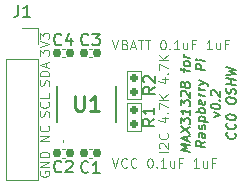
<source format=gbr>
G04 #@! TF.GenerationSoftware,KiCad,Pcbnew,8.0.5*
G04 #@! TF.CreationDate,2024-09-09T15:46:43-04:00*
G04 #@! TF.ProjectId,pi_max31328,70695f6d-6178-4333-9133-32382e6b6963,rev?*
G04 #@! TF.SameCoordinates,Original*
G04 #@! TF.FileFunction,Legend,Top*
G04 #@! TF.FilePolarity,Positive*
%FSLAX46Y46*%
G04 Gerber Fmt 4.6, Leading zero omitted, Abs format (unit mm)*
G04 Created by KiCad (PCBNEW 8.0.5) date 2024-09-09 15:46:43*
%MOMM*%
%LPD*%
G01*
G04 APERTURE LIST*
G04 Aperture macros list*
%AMRoundRect*
0 Rectangle with rounded corners*
0 $1 Rounding radius*
0 $2 $3 $4 $5 $6 $7 $8 $9 X,Y pos of 4 corners*
0 Add a 4 corners polygon primitive as box body*
4,1,4,$2,$3,$4,$5,$6,$7,$8,$9,$2,$3,0*
0 Add four circle primitives for the rounded corners*
1,1,$1+$1,$2,$3*
1,1,$1+$1,$4,$5*
1,1,$1+$1,$6,$7*
1,1,$1+$1,$8,$9*
0 Add four rect primitives between the rounded corners*
20,1,$1+$1,$2,$3,$4,$5,0*
20,1,$1+$1,$4,$5,$6,$7,0*
20,1,$1+$1,$6,$7,$8,$9,0*
20,1,$1+$1,$8,$9,$2,$3,0*%
G04 Aperture macros list end*
%ADD10C,0.100000*%
%ADD11C,0.160000*%
%ADD12C,0.150000*%
%ADD13C,0.254000*%
%ADD14C,0.120000*%
%ADD15C,0.200000*%
%ADD16RoundRect,0.160000X-0.160000X0.197500X-0.160000X-0.197500X0.160000X-0.197500X0.160000X0.197500X0*%
%ADD17RoundRect,0.160000X0.160000X-0.197500X0.160000X0.197500X-0.160000X0.197500X-0.160000X-0.197500X0*%
%ADD18RoundRect,0.155000X-0.212500X-0.155000X0.212500X-0.155000X0.212500X0.155000X-0.212500X0.155000X0*%
%ADD19RoundRect,0.155000X0.212500X0.155000X-0.212500X0.155000X-0.212500X-0.155000X0.212500X-0.155000X0*%
%ADD20R,1.700000X1.700000*%
%ADD21O,1.700000X1.700000*%
%ADD22R,0.450000X0.875000*%
G04 APERTURE END LIST*
D10*
X20296895Y-30143734D02*
X19496895Y-30143734D01*
X19496895Y-30143734D02*
X20296895Y-29686591D01*
X20296895Y-29686591D02*
X19496895Y-29686591D01*
X20220704Y-28848496D02*
X20258800Y-28886592D01*
X20258800Y-28886592D02*
X20296895Y-29000877D01*
X20296895Y-29000877D02*
X20296895Y-29077068D01*
X20296895Y-29077068D02*
X20258800Y-29191354D01*
X20258800Y-29191354D02*
X20182609Y-29267544D01*
X20182609Y-29267544D02*
X20106419Y-29305639D01*
X20106419Y-29305639D02*
X19954038Y-29343735D01*
X19954038Y-29343735D02*
X19839752Y-29343735D01*
X19839752Y-29343735D02*
X19687371Y-29305639D01*
X19687371Y-29305639D02*
X19611180Y-29267544D01*
X19611180Y-29267544D02*
X19534990Y-29191354D01*
X19534990Y-29191354D02*
X19496895Y-29077068D01*
X19496895Y-29077068D02*
X19496895Y-29000877D01*
X19496895Y-29000877D02*
X19534990Y-28886592D01*
X19534990Y-28886592D02*
X19573085Y-28848496D01*
X20258800Y-25481830D02*
X20296895Y-25367544D01*
X20296895Y-25367544D02*
X20296895Y-25177068D01*
X20296895Y-25177068D02*
X20258800Y-25100877D01*
X20258800Y-25100877D02*
X20220704Y-25062782D01*
X20220704Y-25062782D02*
X20144514Y-25024687D01*
X20144514Y-25024687D02*
X20068323Y-25024687D01*
X20068323Y-25024687D02*
X19992133Y-25062782D01*
X19992133Y-25062782D02*
X19954038Y-25100877D01*
X19954038Y-25100877D02*
X19915942Y-25177068D01*
X19915942Y-25177068D02*
X19877847Y-25329449D01*
X19877847Y-25329449D02*
X19839752Y-25405639D01*
X19839752Y-25405639D02*
X19801657Y-25443734D01*
X19801657Y-25443734D02*
X19725466Y-25481830D01*
X19725466Y-25481830D02*
X19649276Y-25481830D01*
X19649276Y-25481830D02*
X19573085Y-25443734D01*
X19573085Y-25443734D02*
X19534990Y-25405639D01*
X19534990Y-25405639D02*
X19496895Y-25329449D01*
X19496895Y-25329449D02*
X19496895Y-25138972D01*
X19496895Y-25138972D02*
X19534990Y-25024687D01*
X20296895Y-24681829D02*
X19496895Y-24681829D01*
X19496895Y-24681829D02*
X19496895Y-24491353D01*
X19496895Y-24491353D02*
X19534990Y-24377067D01*
X19534990Y-24377067D02*
X19611180Y-24300877D01*
X19611180Y-24300877D02*
X19687371Y-24262782D01*
X19687371Y-24262782D02*
X19839752Y-24224686D01*
X19839752Y-24224686D02*
X19954038Y-24224686D01*
X19954038Y-24224686D02*
X20106419Y-24262782D01*
X20106419Y-24262782D02*
X20182609Y-24300877D01*
X20182609Y-24300877D02*
X20258800Y-24377067D01*
X20258800Y-24377067D02*
X20296895Y-24491353D01*
X20296895Y-24491353D02*
X20296895Y-24681829D01*
X20068323Y-23919925D02*
X20068323Y-23538972D01*
X20296895Y-23996115D02*
X19496895Y-23729448D01*
X19496895Y-23729448D02*
X20296895Y-23462782D01*
X20258800Y-28081830D02*
X20296895Y-27967544D01*
X20296895Y-27967544D02*
X20296895Y-27777068D01*
X20296895Y-27777068D02*
X20258800Y-27700877D01*
X20258800Y-27700877D02*
X20220704Y-27662782D01*
X20220704Y-27662782D02*
X20144514Y-27624687D01*
X20144514Y-27624687D02*
X20068323Y-27624687D01*
X20068323Y-27624687D02*
X19992133Y-27662782D01*
X19992133Y-27662782D02*
X19954038Y-27700877D01*
X19954038Y-27700877D02*
X19915942Y-27777068D01*
X19915942Y-27777068D02*
X19877847Y-27929449D01*
X19877847Y-27929449D02*
X19839752Y-28005639D01*
X19839752Y-28005639D02*
X19801657Y-28043734D01*
X19801657Y-28043734D02*
X19725466Y-28081830D01*
X19725466Y-28081830D02*
X19649276Y-28081830D01*
X19649276Y-28081830D02*
X19573085Y-28043734D01*
X19573085Y-28043734D02*
X19534990Y-28005639D01*
X19534990Y-28005639D02*
X19496895Y-27929449D01*
X19496895Y-27929449D02*
X19496895Y-27738972D01*
X19496895Y-27738972D02*
X19534990Y-27624687D01*
X20220704Y-26824686D02*
X20258800Y-26862782D01*
X20258800Y-26862782D02*
X20296895Y-26977067D01*
X20296895Y-26977067D02*
X20296895Y-27053258D01*
X20296895Y-27053258D02*
X20258800Y-27167544D01*
X20258800Y-27167544D02*
X20182609Y-27243734D01*
X20182609Y-27243734D02*
X20106419Y-27281829D01*
X20106419Y-27281829D02*
X19954038Y-27319925D01*
X19954038Y-27319925D02*
X19839752Y-27319925D01*
X19839752Y-27319925D02*
X19687371Y-27281829D01*
X19687371Y-27281829D02*
X19611180Y-27243734D01*
X19611180Y-27243734D02*
X19534990Y-27167544D01*
X19534990Y-27167544D02*
X19496895Y-27053258D01*
X19496895Y-27053258D02*
X19496895Y-26977067D01*
X19496895Y-26977067D02*
X19534990Y-26862782D01*
X19534990Y-26862782D02*
X19573085Y-26824686D01*
X20296895Y-26100877D02*
X20296895Y-26481829D01*
X20296895Y-26481829D02*
X19496895Y-26481829D01*
X25641979Y-21596895D02*
X25908646Y-22396895D01*
X25908646Y-22396895D02*
X26175312Y-21596895D01*
X26708645Y-21977847D02*
X26822931Y-22015942D01*
X26822931Y-22015942D02*
X26861026Y-22054038D01*
X26861026Y-22054038D02*
X26899122Y-22130228D01*
X26899122Y-22130228D02*
X26899122Y-22244514D01*
X26899122Y-22244514D02*
X26861026Y-22320704D01*
X26861026Y-22320704D02*
X26822931Y-22358800D01*
X26822931Y-22358800D02*
X26746741Y-22396895D01*
X26746741Y-22396895D02*
X26441979Y-22396895D01*
X26441979Y-22396895D02*
X26441979Y-21596895D01*
X26441979Y-21596895D02*
X26708645Y-21596895D01*
X26708645Y-21596895D02*
X26784836Y-21634990D01*
X26784836Y-21634990D02*
X26822931Y-21673085D01*
X26822931Y-21673085D02*
X26861026Y-21749276D01*
X26861026Y-21749276D02*
X26861026Y-21825466D01*
X26861026Y-21825466D02*
X26822931Y-21901657D01*
X26822931Y-21901657D02*
X26784836Y-21939752D01*
X26784836Y-21939752D02*
X26708645Y-21977847D01*
X26708645Y-21977847D02*
X26441979Y-21977847D01*
X27203883Y-22168323D02*
X27584836Y-22168323D01*
X27127693Y-22396895D02*
X27394360Y-21596895D01*
X27394360Y-21596895D02*
X27661026Y-22396895D01*
X27813407Y-21596895D02*
X28270550Y-21596895D01*
X28041978Y-22396895D02*
X28041978Y-21596895D01*
X28422931Y-21596895D02*
X28880074Y-21596895D01*
X28651502Y-22396895D02*
X28651502Y-21596895D01*
X29908646Y-21596895D02*
X29984836Y-21596895D01*
X29984836Y-21596895D02*
X30061027Y-21634990D01*
X30061027Y-21634990D02*
X30099122Y-21673085D01*
X30099122Y-21673085D02*
X30137217Y-21749276D01*
X30137217Y-21749276D02*
X30175312Y-21901657D01*
X30175312Y-21901657D02*
X30175312Y-22092133D01*
X30175312Y-22092133D02*
X30137217Y-22244514D01*
X30137217Y-22244514D02*
X30099122Y-22320704D01*
X30099122Y-22320704D02*
X30061027Y-22358800D01*
X30061027Y-22358800D02*
X29984836Y-22396895D01*
X29984836Y-22396895D02*
X29908646Y-22396895D01*
X29908646Y-22396895D02*
X29832455Y-22358800D01*
X29832455Y-22358800D02*
X29794360Y-22320704D01*
X29794360Y-22320704D02*
X29756265Y-22244514D01*
X29756265Y-22244514D02*
X29718169Y-22092133D01*
X29718169Y-22092133D02*
X29718169Y-21901657D01*
X29718169Y-21901657D02*
X29756265Y-21749276D01*
X29756265Y-21749276D02*
X29794360Y-21673085D01*
X29794360Y-21673085D02*
X29832455Y-21634990D01*
X29832455Y-21634990D02*
X29908646Y-21596895D01*
X30518170Y-22320704D02*
X30556265Y-22358800D01*
X30556265Y-22358800D02*
X30518170Y-22396895D01*
X30518170Y-22396895D02*
X30480074Y-22358800D01*
X30480074Y-22358800D02*
X30518170Y-22320704D01*
X30518170Y-22320704D02*
X30518170Y-22396895D01*
X31318169Y-22396895D02*
X30861026Y-22396895D01*
X31089598Y-22396895D02*
X31089598Y-21596895D01*
X31089598Y-21596895D02*
X31013407Y-21711180D01*
X31013407Y-21711180D02*
X30937217Y-21787371D01*
X30937217Y-21787371D02*
X30861026Y-21825466D01*
X32003884Y-21863561D02*
X32003884Y-22396895D01*
X31661027Y-21863561D02*
X31661027Y-22282609D01*
X31661027Y-22282609D02*
X31699122Y-22358800D01*
X31699122Y-22358800D02*
X31775312Y-22396895D01*
X31775312Y-22396895D02*
X31889598Y-22396895D01*
X31889598Y-22396895D02*
X31965789Y-22358800D01*
X31965789Y-22358800D02*
X32003884Y-22320704D01*
X32651503Y-21977847D02*
X32384837Y-21977847D01*
X32384837Y-22396895D02*
X32384837Y-21596895D01*
X32384837Y-21596895D02*
X32765789Y-21596895D01*
X34099122Y-22396895D02*
X33641979Y-22396895D01*
X33870551Y-22396895D02*
X33870551Y-21596895D01*
X33870551Y-21596895D02*
X33794360Y-21711180D01*
X33794360Y-21711180D02*
X33718170Y-21787371D01*
X33718170Y-21787371D02*
X33641979Y-21825466D01*
X34784837Y-21863561D02*
X34784837Y-22396895D01*
X34441980Y-21863561D02*
X34441980Y-22282609D01*
X34441980Y-22282609D02*
X34480075Y-22358800D01*
X34480075Y-22358800D02*
X34556265Y-22396895D01*
X34556265Y-22396895D02*
X34670551Y-22396895D01*
X34670551Y-22396895D02*
X34746742Y-22358800D01*
X34746742Y-22358800D02*
X34784837Y-22320704D01*
X35432456Y-21977847D02*
X35165790Y-21977847D01*
X35165790Y-22396895D02*
X35165790Y-21596895D01*
X35165790Y-21596895D02*
X35546742Y-21596895D01*
D11*
X32229910Y-31042857D02*
X31429910Y-30942857D01*
X31429910Y-30942857D02*
X32001338Y-30747619D01*
X32001338Y-30747619D02*
X31429910Y-30409524D01*
X31429910Y-30409524D02*
X32229910Y-30509524D01*
X32001338Y-30138095D02*
X32001338Y-29757143D01*
X32229910Y-30242857D02*
X31429910Y-29876190D01*
X31429910Y-29876190D02*
X32229910Y-29709524D01*
X31429910Y-29419048D02*
X32229910Y-28985714D01*
X31429910Y-28885714D02*
X32229910Y-29519048D01*
X31429910Y-28657143D02*
X31429910Y-28161905D01*
X31429910Y-28161905D02*
X31734672Y-28466667D01*
X31734672Y-28466667D02*
X31734672Y-28352381D01*
X31734672Y-28352381D02*
X31772767Y-28280952D01*
X31772767Y-28280952D02*
X31810862Y-28247619D01*
X31810862Y-28247619D02*
X31887053Y-28219047D01*
X31887053Y-28219047D02*
X32077529Y-28242857D01*
X32077529Y-28242857D02*
X32153719Y-28290476D01*
X32153719Y-28290476D02*
X32191815Y-28333333D01*
X32191815Y-28333333D02*
X32229910Y-28414286D01*
X32229910Y-28414286D02*
X32229910Y-28642857D01*
X32229910Y-28642857D02*
X32191815Y-28714286D01*
X32191815Y-28714286D02*
X32153719Y-28747619D01*
X32229910Y-27500000D02*
X32229910Y-27957142D01*
X32229910Y-27728571D02*
X31429910Y-27628571D01*
X31429910Y-27628571D02*
X31544195Y-27719047D01*
X31544195Y-27719047D02*
X31620386Y-27804762D01*
X31620386Y-27804762D02*
X31658481Y-27885714D01*
X31429910Y-27133333D02*
X31429910Y-26638095D01*
X31429910Y-26638095D02*
X31734672Y-26942857D01*
X31734672Y-26942857D02*
X31734672Y-26828571D01*
X31734672Y-26828571D02*
X31772767Y-26757142D01*
X31772767Y-26757142D02*
X31810862Y-26723809D01*
X31810862Y-26723809D02*
X31887053Y-26695237D01*
X31887053Y-26695237D02*
X32077529Y-26719047D01*
X32077529Y-26719047D02*
X32153719Y-26766666D01*
X32153719Y-26766666D02*
X32191815Y-26809523D01*
X32191815Y-26809523D02*
X32229910Y-26890476D01*
X32229910Y-26890476D02*
X32229910Y-27119047D01*
X32229910Y-27119047D02*
X32191815Y-27190476D01*
X32191815Y-27190476D02*
X32153719Y-27223809D01*
X31506100Y-26342856D02*
X31468005Y-26299999D01*
X31468005Y-26299999D02*
X31429910Y-26219047D01*
X31429910Y-26219047D02*
X31429910Y-26028571D01*
X31429910Y-26028571D02*
X31468005Y-25957142D01*
X31468005Y-25957142D02*
X31506100Y-25923809D01*
X31506100Y-25923809D02*
X31582291Y-25895237D01*
X31582291Y-25895237D02*
X31658481Y-25904761D01*
X31658481Y-25904761D02*
X31772767Y-25957142D01*
X31772767Y-25957142D02*
X32229910Y-26471428D01*
X32229910Y-26471428D02*
X32229910Y-25976190D01*
X31772767Y-25461904D02*
X31734672Y-25533332D01*
X31734672Y-25533332D02*
X31696576Y-25566666D01*
X31696576Y-25566666D02*
X31620386Y-25595237D01*
X31620386Y-25595237D02*
X31582291Y-25590475D01*
X31582291Y-25590475D02*
X31506100Y-25542856D01*
X31506100Y-25542856D02*
X31468005Y-25499999D01*
X31468005Y-25499999D02*
X31429910Y-25419047D01*
X31429910Y-25419047D02*
X31429910Y-25266666D01*
X31429910Y-25266666D02*
X31468005Y-25195237D01*
X31468005Y-25195237D02*
X31506100Y-25161904D01*
X31506100Y-25161904D02*
X31582291Y-25133332D01*
X31582291Y-25133332D02*
X31620386Y-25138094D01*
X31620386Y-25138094D02*
X31696576Y-25185713D01*
X31696576Y-25185713D02*
X31734672Y-25228570D01*
X31734672Y-25228570D02*
X31772767Y-25309523D01*
X31772767Y-25309523D02*
X31772767Y-25461904D01*
X31772767Y-25461904D02*
X31810862Y-25542856D01*
X31810862Y-25542856D02*
X31848957Y-25585713D01*
X31848957Y-25585713D02*
X31925148Y-25633332D01*
X31925148Y-25633332D02*
X32077529Y-25652380D01*
X32077529Y-25652380D02*
X32153719Y-25623808D01*
X32153719Y-25623808D02*
X32191815Y-25590475D01*
X32191815Y-25590475D02*
X32229910Y-25519047D01*
X32229910Y-25519047D02*
X32229910Y-25366666D01*
X32229910Y-25366666D02*
X32191815Y-25285713D01*
X32191815Y-25285713D02*
X32153719Y-25242856D01*
X32153719Y-25242856D02*
X32077529Y-25195237D01*
X32077529Y-25195237D02*
X31925148Y-25176189D01*
X31925148Y-25176189D02*
X31848957Y-25204761D01*
X31848957Y-25204761D02*
X31810862Y-25238094D01*
X31810862Y-25238094D02*
X31772767Y-25309523D01*
X31696576Y-24309522D02*
X31696576Y-24004760D01*
X32229910Y-24261903D02*
X31544195Y-24176189D01*
X31544195Y-24176189D02*
X31468005Y-24128570D01*
X31468005Y-24128570D02*
X31429910Y-24047618D01*
X31429910Y-24047618D02*
X31429910Y-23971427D01*
X32229910Y-23690475D02*
X32191815Y-23761903D01*
X32191815Y-23761903D02*
X32153719Y-23795236D01*
X32153719Y-23795236D02*
X32077529Y-23823808D01*
X32077529Y-23823808D02*
X31848957Y-23795236D01*
X31848957Y-23795236D02*
X31772767Y-23747617D01*
X31772767Y-23747617D02*
X31734672Y-23704760D01*
X31734672Y-23704760D02*
X31696576Y-23623808D01*
X31696576Y-23623808D02*
X31696576Y-23509522D01*
X31696576Y-23509522D02*
X31734672Y-23438094D01*
X31734672Y-23438094D02*
X31772767Y-23404760D01*
X31772767Y-23404760D02*
X31848957Y-23376189D01*
X31848957Y-23376189D02*
X32077529Y-23404760D01*
X32077529Y-23404760D02*
X32153719Y-23452379D01*
X32153719Y-23452379D02*
X32191815Y-23495236D01*
X32191815Y-23495236D02*
X32229910Y-23576189D01*
X32229910Y-23576189D02*
X32229910Y-23690475D01*
X32229910Y-23080950D02*
X31696576Y-23014284D01*
X31848957Y-23033331D02*
X31772767Y-22985712D01*
X31772767Y-22985712D02*
X31734672Y-22942855D01*
X31734672Y-22942855D02*
X31696576Y-22861903D01*
X31696576Y-22861903D02*
X31696576Y-22785712D01*
X33517865Y-30204761D02*
X33136912Y-30423809D01*
X33517865Y-30661904D02*
X32717865Y-30561904D01*
X32717865Y-30561904D02*
X32717865Y-30257142D01*
X32717865Y-30257142D02*
X32755960Y-30185714D01*
X32755960Y-30185714D02*
X32794055Y-30152380D01*
X32794055Y-30152380D02*
X32870246Y-30123809D01*
X32870246Y-30123809D02*
X32984531Y-30138095D01*
X32984531Y-30138095D02*
X33060722Y-30185714D01*
X33060722Y-30185714D02*
X33098817Y-30228571D01*
X33098817Y-30228571D02*
X33136912Y-30309523D01*
X33136912Y-30309523D02*
X33136912Y-30614285D01*
X33517865Y-29519047D02*
X33098817Y-29466666D01*
X33098817Y-29466666D02*
X33022627Y-29495238D01*
X33022627Y-29495238D02*
X32984531Y-29566666D01*
X32984531Y-29566666D02*
X32984531Y-29719047D01*
X32984531Y-29719047D02*
X33022627Y-29799999D01*
X33479770Y-29514285D02*
X33517865Y-29595238D01*
X33517865Y-29595238D02*
X33517865Y-29785714D01*
X33517865Y-29785714D02*
X33479770Y-29857142D01*
X33479770Y-29857142D02*
X33403579Y-29885714D01*
X33403579Y-29885714D02*
X33327389Y-29876190D01*
X33327389Y-29876190D02*
X33251198Y-29828571D01*
X33251198Y-29828571D02*
X33213103Y-29747619D01*
X33213103Y-29747619D02*
X33213103Y-29557142D01*
X33213103Y-29557142D02*
X33175008Y-29476190D01*
X33479770Y-29171428D02*
X33517865Y-29099999D01*
X33517865Y-29099999D02*
X33517865Y-28947618D01*
X33517865Y-28947618D02*
X33479770Y-28866666D01*
X33479770Y-28866666D02*
X33403579Y-28819047D01*
X33403579Y-28819047D02*
X33365484Y-28814285D01*
X33365484Y-28814285D02*
X33289293Y-28842856D01*
X33289293Y-28842856D02*
X33251198Y-28914285D01*
X33251198Y-28914285D02*
X33251198Y-29028570D01*
X33251198Y-29028570D02*
X33213103Y-29099999D01*
X33213103Y-29099999D02*
X33136912Y-29128570D01*
X33136912Y-29128570D02*
X33098817Y-29123809D01*
X33098817Y-29123809D02*
X33022627Y-29076189D01*
X33022627Y-29076189D02*
X32984531Y-28995237D01*
X32984531Y-28995237D02*
X32984531Y-28880951D01*
X32984531Y-28880951D02*
X33022627Y-28809523D01*
X32984531Y-28423809D02*
X33784531Y-28523809D01*
X33022627Y-28428570D02*
X32984531Y-28347618D01*
X32984531Y-28347618D02*
X32984531Y-28195237D01*
X32984531Y-28195237D02*
X33022627Y-28123809D01*
X33022627Y-28123809D02*
X33060722Y-28090475D01*
X33060722Y-28090475D02*
X33136912Y-28061904D01*
X33136912Y-28061904D02*
X33365484Y-28090475D01*
X33365484Y-28090475D02*
X33441674Y-28138094D01*
X33441674Y-28138094D02*
X33479770Y-28180951D01*
X33479770Y-28180951D02*
X33517865Y-28261904D01*
X33517865Y-28261904D02*
X33517865Y-28414285D01*
X33517865Y-28414285D02*
X33479770Y-28485713D01*
X33517865Y-27766665D02*
X32717865Y-27666665D01*
X33022627Y-27704760D02*
X32984531Y-27623808D01*
X32984531Y-27623808D02*
X32984531Y-27471427D01*
X32984531Y-27471427D02*
X33022627Y-27399999D01*
X33022627Y-27399999D02*
X33060722Y-27366665D01*
X33060722Y-27366665D02*
X33136912Y-27338094D01*
X33136912Y-27338094D02*
X33365484Y-27366665D01*
X33365484Y-27366665D02*
X33441674Y-27414284D01*
X33441674Y-27414284D02*
X33479770Y-27457141D01*
X33479770Y-27457141D02*
X33517865Y-27538094D01*
X33517865Y-27538094D02*
X33517865Y-27690475D01*
X33517865Y-27690475D02*
X33479770Y-27761903D01*
X33479770Y-26733331D02*
X33517865Y-26814284D01*
X33517865Y-26814284D02*
X33517865Y-26966665D01*
X33517865Y-26966665D02*
X33479770Y-27038093D01*
X33479770Y-27038093D02*
X33403579Y-27066665D01*
X33403579Y-27066665D02*
X33098817Y-27028570D01*
X33098817Y-27028570D02*
X33022627Y-26980950D01*
X33022627Y-26980950D02*
X32984531Y-26899998D01*
X32984531Y-26899998D02*
X32984531Y-26747617D01*
X32984531Y-26747617D02*
X33022627Y-26676189D01*
X33022627Y-26676189D02*
X33098817Y-26647617D01*
X33098817Y-26647617D02*
X33175008Y-26657141D01*
X33175008Y-26657141D02*
X33251198Y-27047617D01*
X33517865Y-26357141D02*
X32984531Y-26290475D01*
X33136912Y-26309522D02*
X33060722Y-26261903D01*
X33060722Y-26261903D02*
X33022627Y-26219046D01*
X33022627Y-26219046D02*
X32984531Y-26138094D01*
X32984531Y-26138094D02*
X32984531Y-26061903D01*
X33517865Y-25861903D02*
X32984531Y-25795237D01*
X33136912Y-25814284D02*
X33060722Y-25766665D01*
X33060722Y-25766665D02*
X33022627Y-25723808D01*
X33022627Y-25723808D02*
X32984531Y-25642856D01*
X32984531Y-25642856D02*
X32984531Y-25566665D01*
X32984531Y-25376189D02*
X33517865Y-25252380D01*
X32984531Y-24995237D02*
X33517865Y-25252380D01*
X33517865Y-25252380D02*
X33708341Y-25352380D01*
X33708341Y-25352380D02*
X33746436Y-25395237D01*
X33746436Y-25395237D02*
X33784531Y-25476189D01*
X33517865Y-24147617D02*
X32717865Y-24047617D01*
X32717865Y-24047617D02*
X32717865Y-23742855D01*
X32717865Y-23742855D02*
X32755960Y-23671427D01*
X32755960Y-23671427D02*
X32794055Y-23638093D01*
X32794055Y-23638093D02*
X32870246Y-23609522D01*
X32870246Y-23609522D02*
X32984531Y-23623808D01*
X32984531Y-23623808D02*
X33060722Y-23671427D01*
X33060722Y-23671427D02*
X33098817Y-23714284D01*
X33098817Y-23714284D02*
X33136912Y-23795236D01*
X33136912Y-23795236D02*
X33136912Y-24099998D01*
X33517865Y-23347617D02*
X32984531Y-23280951D01*
X32717865Y-23247617D02*
X32755960Y-23290474D01*
X32755960Y-23290474D02*
X32794055Y-23257141D01*
X32794055Y-23257141D02*
X32755960Y-23214284D01*
X32755960Y-23214284D02*
X32717865Y-23247617D01*
X32717865Y-23247617D02*
X32794055Y-23257141D01*
X34272486Y-28080952D02*
X34805820Y-27957143D01*
X34805820Y-27957143D02*
X34272486Y-27700000D01*
X34005820Y-27209523D02*
X34005820Y-27133333D01*
X34005820Y-27133333D02*
X34043915Y-27061904D01*
X34043915Y-27061904D02*
X34082010Y-27028571D01*
X34082010Y-27028571D02*
X34158201Y-26999999D01*
X34158201Y-26999999D02*
X34310582Y-26980952D01*
X34310582Y-26980952D02*
X34501058Y-27004761D01*
X34501058Y-27004761D02*
X34653439Y-27061904D01*
X34653439Y-27061904D02*
X34729629Y-27109523D01*
X34729629Y-27109523D02*
X34767725Y-27152380D01*
X34767725Y-27152380D02*
X34805820Y-27233333D01*
X34805820Y-27233333D02*
X34805820Y-27309523D01*
X34805820Y-27309523D02*
X34767725Y-27380952D01*
X34767725Y-27380952D02*
X34729629Y-27414285D01*
X34729629Y-27414285D02*
X34653439Y-27442857D01*
X34653439Y-27442857D02*
X34501058Y-27461904D01*
X34501058Y-27461904D02*
X34310582Y-27438095D01*
X34310582Y-27438095D02*
X34158201Y-27380952D01*
X34158201Y-27380952D02*
X34082010Y-27333333D01*
X34082010Y-27333333D02*
X34043915Y-27290476D01*
X34043915Y-27290476D02*
X34005820Y-27209523D01*
X34729629Y-26690475D02*
X34767725Y-26657142D01*
X34767725Y-26657142D02*
X34805820Y-26699999D01*
X34805820Y-26699999D02*
X34767725Y-26733333D01*
X34767725Y-26733333D02*
X34729629Y-26690475D01*
X34729629Y-26690475D02*
X34805820Y-26699999D01*
X34082010Y-26266666D02*
X34043915Y-26223809D01*
X34043915Y-26223809D02*
X34005820Y-26142857D01*
X34005820Y-26142857D02*
X34005820Y-25952381D01*
X34005820Y-25952381D02*
X34043915Y-25880952D01*
X34043915Y-25880952D02*
X34082010Y-25847619D01*
X34082010Y-25847619D02*
X34158201Y-25819047D01*
X34158201Y-25819047D02*
X34234391Y-25828571D01*
X34234391Y-25828571D02*
X34348677Y-25880952D01*
X34348677Y-25880952D02*
X34805820Y-26395238D01*
X34805820Y-26395238D02*
X34805820Y-25900000D01*
X36017584Y-29509524D02*
X36055680Y-29552381D01*
X36055680Y-29552381D02*
X36093775Y-29671428D01*
X36093775Y-29671428D02*
X36093775Y-29747619D01*
X36093775Y-29747619D02*
X36055680Y-29857143D01*
X36055680Y-29857143D02*
X35979489Y-29923809D01*
X35979489Y-29923809D02*
X35903299Y-29952381D01*
X35903299Y-29952381D02*
X35750918Y-29971428D01*
X35750918Y-29971428D02*
X35636632Y-29957143D01*
X35636632Y-29957143D02*
X35484251Y-29900000D01*
X35484251Y-29900000D02*
X35408060Y-29852381D01*
X35408060Y-29852381D02*
X35331870Y-29766666D01*
X35331870Y-29766666D02*
X35293775Y-29647619D01*
X35293775Y-29647619D02*
X35293775Y-29571428D01*
X35293775Y-29571428D02*
X35331870Y-29461905D01*
X35331870Y-29461905D02*
X35369965Y-29428571D01*
X36017584Y-28709524D02*
X36055680Y-28752381D01*
X36055680Y-28752381D02*
X36093775Y-28871428D01*
X36093775Y-28871428D02*
X36093775Y-28947619D01*
X36093775Y-28947619D02*
X36055680Y-29057143D01*
X36055680Y-29057143D02*
X35979489Y-29123809D01*
X35979489Y-29123809D02*
X35903299Y-29152381D01*
X35903299Y-29152381D02*
X35750918Y-29171428D01*
X35750918Y-29171428D02*
X35636632Y-29157143D01*
X35636632Y-29157143D02*
X35484251Y-29100000D01*
X35484251Y-29100000D02*
X35408060Y-29052381D01*
X35408060Y-29052381D02*
X35331870Y-28966666D01*
X35331870Y-28966666D02*
X35293775Y-28847619D01*
X35293775Y-28847619D02*
X35293775Y-28771428D01*
X35293775Y-28771428D02*
X35331870Y-28661905D01*
X35331870Y-28661905D02*
X35369965Y-28628571D01*
X35293775Y-28123809D02*
X35293775Y-28047619D01*
X35293775Y-28047619D02*
X35331870Y-27976190D01*
X35331870Y-27976190D02*
X35369965Y-27942857D01*
X35369965Y-27942857D02*
X35446156Y-27914285D01*
X35446156Y-27914285D02*
X35598537Y-27895238D01*
X35598537Y-27895238D02*
X35789013Y-27919047D01*
X35789013Y-27919047D02*
X35941394Y-27976190D01*
X35941394Y-27976190D02*
X36017584Y-28023809D01*
X36017584Y-28023809D02*
X36055680Y-28066666D01*
X36055680Y-28066666D02*
X36093775Y-28147619D01*
X36093775Y-28147619D02*
X36093775Y-28223809D01*
X36093775Y-28223809D02*
X36055680Y-28295238D01*
X36055680Y-28295238D02*
X36017584Y-28328571D01*
X36017584Y-28328571D02*
X35941394Y-28357143D01*
X35941394Y-28357143D02*
X35789013Y-28376190D01*
X35789013Y-28376190D02*
X35598537Y-28352381D01*
X35598537Y-28352381D02*
X35446156Y-28295238D01*
X35446156Y-28295238D02*
X35369965Y-28247619D01*
X35369965Y-28247619D02*
X35331870Y-28204762D01*
X35331870Y-28204762D02*
X35293775Y-28123809D01*
X35293775Y-26752380D02*
X35293775Y-26599999D01*
X35293775Y-26599999D02*
X35331870Y-26528571D01*
X35331870Y-26528571D02*
X35408060Y-26461904D01*
X35408060Y-26461904D02*
X35560441Y-26442856D01*
X35560441Y-26442856D02*
X35827108Y-26476190D01*
X35827108Y-26476190D02*
X35979489Y-26533333D01*
X35979489Y-26533333D02*
X36055680Y-26619047D01*
X36055680Y-26619047D02*
X36093775Y-26699999D01*
X36093775Y-26699999D02*
X36093775Y-26852380D01*
X36093775Y-26852380D02*
X36055680Y-26923809D01*
X36055680Y-26923809D02*
X35979489Y-26990476D01*
X35979489Y-26990476D02*
X35827108Y-27009523D01*
X35827108Y-27009523D02*
X35560441Y-26976190D01*
X35560441Y-26976190D02*
X35408060Y-26919047D01*
X35408060Y-26919047D02*
X35331870Y-26833333D01*
X35331870Y-26833333D02*
X35293775Y-26752380D01*
X36055680Y-26200000D02*
X36093775Y-26090476D01*
X36093775Y-26090476D02*
X36093775Y-25900000D01*
X36093775Y-25900000D02*
X36055680Y-25819047D01*
X36055680Y-25819047D02*
X36017584Y-25776190D01*
X36017584Y-25776190D02*
X35941394Y-25728571D01*
X35941394Y-25728571D02*
X35865203Y-25719047D01*
X35865203Y-25719047D02*
X35789013Y-25747619D01*
X35789013Y-25747619D02*
X35750918Y-25780952D01*
X35750918Y-25780952D02*
X35712822Y-25852381D01*
X35712822Y-25852381D02*
X35674727Y-26000000D01*
X35674727Y-26000000D02*
X35636632Y-26071428D01*
X35636632Y-26071428D02*
X35598537Y-26104761D01*
X35598537Y-26104761D02*
X35522346Y-26133333D01*
X35522346Y-26133333D02*
X35446156Y-26123809D01*
X35446156Y-26123809D02*
X35369965Y-26076190D01*
X35369965Y-26076190D02*
X35331870Y-26033333D01*
X35331870Y-26033333D02*
X35293775Y-25952381D01*
X35293775Y-25952381D02*
X35293775Y-25761904D01*
X35293775Y-25761904D02*
X35331870Y-25652381D01*
X36093775Y-25404761D02*
X35293775Y-25304761D01*
X35674727Y-25352380D02*
X35674727Y-24895237D01*
X36093775Y-24947618D02*
X35293775Y-24847618D01*
X35293775Y-24542857D02*
X36093775Y-24452381D01*
X36093775Y-24452381D02*
X35522346Y-24228571D01*
X35522346Y-24228571D02*
X36093775Y-24147619D01*
X36093775Y-24147619D02*
X35293775Y-23857142D01*
D10*
X19496895Y-22919925D02*
X19496895Y-22424687D01*
X19496895Y-22424687D02*
X19801657Y-22691353D01*
X19801657Y-22691353D02*
X19801657Y-22577068D01*
X19801657Y-22577068D02*
X19839752Y-22500877D01*
X19839752Y-22500877D02*
X19877847Y-22462782D01*
X19877847Y-22462782D02*
X19954038Y-22424687D01*
X19954038Y-22424687D02*
X20144514Y-22424687D01*
X20144514Y-22424687D02*
X20220704Y-22462782D01*
X20220704Y-22462782D02*
X20258800Y-22500877D01*
X20258800Y-22500877D02*
X20296895Y-22577068D01*
X20296895Y-22577068D02*
X20296895Y-22805639D01*
X20296895Y-22805639D02*
X20258800Y-22881830D01*
X20258800Y-22881830D02*
X20220704Y-22919925D01*
X19496895Y-22196115D02*
X20296895Y-21929448D01*
X20296895Y-21929448D02*
X19496895Y-21662782D01*
X19496895Y-21472306D02*
X19496895Y-20977068D01*
X19496895Y-20977068D02*
X19801657Y-21243734D01*
X19801657Y-21243734D02*
X19801657Y-21129449D01*
X19801657Y-21129449D02*
X19839752Y-21053258D01*
X19839752Y-21053258D02*
X19877847Y-21015163D01*
X19877847Y-21015163D02*
X19954038Y-20977068D01*
X19954038Y-20977068D02*
X20144514Y-20977068D01*
X20144514Y-20977068D02*
X20220704Y-21015163D01*
X20220704Y-21015163D02*
X20258800Y-21053258D01*
X20258800Y-21053258D02*
X20296895Y-21129449D01*
X20296895Y-21129449D02*
X20296895Y-21358020D01*
X20296895Y-21358020D02*
X20258800Y-21434211D01*
X20258800Y-21434211D02*
X20220704Y-21472306D01*
X25641979Y-31596895D02*
X25908646Y-32396895D01*
X25908646Y-32396895D02*
X26175312Y-31596895D01*
X26899122Y-32320704D02*
X26861026Y-32358800D01*
X26861026Y-32358800D02*
X26746741Y-32396895D01*
X26746741Y-32396895D02*
X26670550Y-32396895D01*
X26670550Y-32396895D02*
X26556264Y-32358800D01*
X26556264Y-32358800D02*
X26480074Y-32282609D01*
X26480074Y-32282609D02*
X26441979Y-32206419D01*
X26441979Y-32206419D02*
X26403883Y-32054038D01*
X26403883Y-32054038D02*
X26403883Y-31939752D01*
X26403883Y-31939752D02*
X26441979Y-31787371D01*
X26441979Y-31787371D02*
X26480074Y-31711180D01*
X26480074Y-31711180D02*
X26556264Y-31634990D01*
X26556264Y-31634990D02*
X26670550Y-31596895D01*
X26670550Y-31596895D02*
X26746741Y-31596895D01*
X26746741Y-31596895D02*
X26861026Y-31634990D01*
X26861026Y-31634990D02*
X26899122Y-31673085D01*
X27699122Y-32320704D02*
X27661026Y-32358800D01*
X27661026Y-32358800D02*
X27546741Y-32396895D01*
X27546741Y-32396895D02*
X27470550Y-32396895D01*
X27470550Y-32396895D02*
X27356264Y-32358800D01*
X27356264Y-32358800D02*
X27280074Y-32282609D01*
X27280074Y-32282609D02*
X27241979Y-32206419D01*
X27241979Y-32206419D02*
X27203883Y-32054038D01*
X27203883Y-32054038D02*
X27203883Y-31939752D01*
X27203883Y-31939752D02*
X27241979Y-31787371D01*
X27241979Y-31787371D02*
X27280074Y-31711180D01*
X27280074Y-31711180D02*
X27356264Y-31634990D01*
X27356264Y-31634990D02*
X27470550Y-31596895D01*
X27470550Y-31596895D02*
X27546741Y-31596895D01*
X27546741Y-31596895D02*
X27661026Y-31634990D01*
X27661026Y-31634990D02*
X27699122Y-31673085D01*
X28803884Y-31596895D02*
X28880074Y-31596895D01*
X28880074Y-31596895D02*
X28956265Y-31634990D01*
X28956265Y-31634990D02*
X28994360Y-31673085D01*
X28994360Y-31673085D02*
X29032455Y-31749276D01*
X29032455Y-31749276D02*
X29070550Y-31901657D01*
X29070550Y-31901657D02*
X29070550Y-32092133D01*
X29070550Y-32092133D02*
X29032455Y-32244514D01*
X29032455Y-32244514D02*
X28994360Y-32320704D01*
X28994360Y-32320704D02*
X28956265Y-32358800D01*
X28956265Y-32358800D02*
X28880074Y-32396895D01*
X28880074Y-32396895D02*
X28803884Y-32396895D01*
X28803884Y-32396895D02*
X28727693Y-32358800D01*
X28727693Y-32358800D02*
X28689598Y-32320704D01*
X28689598Y-32320704D02*
X28651503Y-32244514D01*
X28651503Y-32244514D02*
X28613407Y-32092133D01*
X28613407Y-32092133D02*
X28613407Y-31901657D01*
X28613407Y-31901657D02*
X28651503Y-31749276D01*
X28651503Y-31749276D02*
X28689598Y-31673085D01*
X28689598Y-31673085D02*
X28727693Y-31634990D01*
X28727693Y-31634990D02*
X28803884Y-31596895D01*
X29413408Y-32320704D02*
X29451503Y-32358800D01*
X29451503Y-32358800D02*
X29413408Y-32396895D01*
X29413408Y-32396895D02*
X29375312Y-32358800D01*
X29375312Y-32358800D02*
X29413408Y-32320704D01*
X29413408Y-32320704D02*
X29413408Y-32396895D01*
X30213407Y-32396895D02*
X29756264Y-32396895D01*
X29984836Y-32396895D02*
X29984836Y-31596895D01*
X29984836Y-31596895D02*
X29908645Y-31711180D01*
X29908645Y-31711180D02*
X29832455Y-31787371D01*
X29832455Y-31787371D02*
X29756264Y-31825466D01*
X30899122Y-31863561D02*
X30899122Y-32396895D01*
X30556265Y-31863561D02*
X30556265Y-32282609D01*
X30556265Y-32282609D02*
X30594360Y-32358800D01*
X30594360Y-32358800D02*
X30670550Y-32396895D01*
X30670550Y-32396895D02*
X30784836Y-32396895D01*
X30784836Y-32396895D02*
X30861027Y-32358800D01*
X30861027Y-32358800D02*
X30899122Y-32320704D01*
X31546741Y-31977847D02*
X31280075Y-31977847D01*
X31280075Y-32396895D02*
X31280075Y-31596895D01*
X31280075Y-31596895D02*
X31661027Y-31596895D01*
X32994360Y-32396895D02*
X32537217Y-32396895D01*
X32765789Y-32396895D02*
X32765789Y-31596895D01*
X32765789Y-31596895D02*
X32689598Y-31711180D01*
X32689598Y-31711180D02*
X32613408Y-31787371D01*
X32613408Y-31787371D02*
X32537217Y-31825466D01*
X33680075Y-31863561D02*
X33680075Y-32396895D01*
X33337218Y-31863561D02*
X33337218Y-32282609D01*
X33337218Y-32282609D02*
X33375313Y-32358800D01*
X33375313Y-32358800D02*
X33451503Y-32396895D01*
X33451503Y-32396895D02*
X33565789Y-32396895D01*
X33565789Y-32396895D02*
X33641980Y-32358800D01*
X33641980Y-32358800D02*
X33680075Y-32320704D01*
X34327694Y-31977847D02*
X34061028Y-31977847D01*
X34061028Y-32396895D02*
X34061028Y-31596895D01*
X34061028Y-31596895D02*
X34441980Y-31596895D01*
X19534990Y-32724687D02*
X19496895Y-32800877D01*
X19496895Y-32800877D02*
X19496895Y-32915163D01*
X19496895Y-32915163D02*
X19534990Y-33029449D01*
X19534990Y-33029449D02*
X19611180Y-33105639D01*
X19611180Y-33105639D02*
X19687371Y-33143734D01*
X19687371Y-33143734D02*
X19839752Y-33181830D01*
X19839752Y-33181830D02*
X19954038Y-33181830D01*
X19954038Y-33181830D02*
X20106419Y-33143734D01*
X20106419Y-33143734D02*
X20182609Y-33105639D01*
X20182609Y-33105639D02*
X20258800Y-33029449D01*
X20258800Y-33029449D02*
X20296895Y-32915163D01*
X20296895Y-32915163D02*
X20296895Y-32838972D01*
X20296895Y-32838972D02*
X20258800Y-32724687D01*
X20258800Y-32724687D02*
X20220704Y-32686591D01*
X20220704Y-32686591D02*
X19954038Y-32686591D01*
X19954038Y-32686591D02*
X19954038Y-32838972D01*
X20296895Y-32343734D02*
X19496895Y-32343734D01*
X19496895Y-32343734D02*
X20296895Y-31886591D01*
X20296895Y-31886591D02*
X19496895Y-31886591D01*
X20296895Y-31505639D02*
X19496895Y-31505639D01*
X19496895Y-31505639D02*
X19496895Y-31315163D01*
X19496895Y-31315163D02*
X19534990Y-31200877D01*
X19534990Y-31200877D02*
X19611180Y-31124687D01*
X19611180Y-31124687D02*
X19687371Y-31086592D01*
X19687371Y-31086592D02*
X19839752Y-31048496D01*
X19839752Y-31048496D02*
X19954038Y-31048496D01*
X19954038Y-31048496D02*
X20106419Y-31086592D01*
X20106419Y-31086592D02*
X20182609Y-31124687D01*
X20182609Y-31124687D02*
X20258800Y-31200877D01*
X20258800Y-31200877D02*
X20296895Y-31315163D01*
X20296895Y-31315163D02*
X20296895Y-31505639D01*
X30396895Y-31095237D02*
X29596895Y-31095237D01*
X29673085Y-30752381D02*
X29634990Y-30714285D01*
X29634990Y-30714285D02*
X29596895Y-30638095D01*
X29596895Y-30638095D02*
X29596895Y-30447619D01*
X29596895Y-30447619D02*
X29634990Y-30371428D01*
X29634990Y-30371428D02*
X29673085Y-30333333D01*
X29673085Y-30333333D02*
X29749276Y-30295238D01*
X29749276Y-30295238D02*
X29825466Y-30295238D01*
X29825466Y-30295238D02*
X29939752Y-30333333D01*
X29939752Y-30333333D02*
X30396895Y-30790476D01*
X30396895Y-30790476D02*
X30396895Y-30295238D01*
X30320704Y-29495237D02*
X30358800Y-29533333D01*
X30358800Y-29533333D02*
X30396895Y-29647618D01*
X30396895Y-29647618D02*
X30396895Y-29723809D01*
X30396895Y-29723809D02*
X30358800Y-29838095D01*
X30358800Y-29838095D02*
X30282609Y-29914285D01*
X30282609Y-29914285D02*
X30206419Y-29952380D01*
X30206419Y-29952380D02*
X30054038Y-29990476D01*
X30054038Y-29990476D02*
X29939752Y-29990476D01*
X29939752Y-29990476D02*
X29787371Y-29952380D01*
X29787371Y-29952380D02*
X29711180Y-29914285D01*
X29711180Y-29914285D02*
X29634990Y-29838095D01*
X29634990Y-29838095D02*
X29596895Y-29723809D01*
X29596895Y-29723809D02*
X29596895Y-29647618D01*
X29596895Y-29647618D02*
X29634990Y-29533333D01*
X29634990Y-29533333D02*
X29673085Y-29495237D01*
X29863561Y-28199999D02*
X30396895Y-28199999D01*
X29558800Y-28390475D02*
X30130228Y-28580952D01*
X30130228Y-28580952D02*
X30130228Y-28085713D01*
X30320704Y-27780951D02*
X30358800Y-27742856D01*
X30358800Y-27742856D02*
X30396895Y-27780951D01*
X30396895Y-27780951D02*
X30358800Y-27819047D01*
X30358800Y-27819047D02*
X30320704Y-27780951D01*
X30320704Y-27780951D02*
X30396895Y-27780951D01*
X29596895Y-27476190D02*
X29596895Y-26942856D01*
X29596895Y-26942856D02*
X30396895Y-27285714D01*
X30396895Y-26638094D02*
X29596895Y-26638094D01*
X30396895Y-26180951D02*
X29939752Y-26523809D01*
X29596895Y-26180951D02*
X30054038Y-26638094D01*
X29863561Y-24885713D02*
X30396895Y-24885713D01*
X29558800Y-25076189D02*
X30130228Y-25266666D01*
X30130228Y-25266666D02*
X30130228Y-24771427D01*
X30320704Y-24466665D02*
X30358800Y-24428570D01*
X30358800Y-24428570D02*
X30396895Y-24466665D01*
X30396895Y-24466665D02*
X30358800Y-24504761D01*
X30358800Y-24504761D02*
X30320704Y-24466665D01*
X30320704Y-24466665D02*
X30396895Y-24466665D01*
X29596895Y-24161904D02*
X29596895Y-23628570D01*
X29596895Y-23628570D02*
X30396895Y-23971428D01*
X30396895Y-23323808D02*
X29596895Y-23323808D01*
X30396895Y-22866665D02*
X29939752Y-23209523D01*
X29596895Y-22866665D02*
X30054038Y-23323808D01*
D12*
X29224819Y-28266666D02*
X28748628Y-28599999D01*
X29224819Y-28838094D02*
X28224819Y-28838094D01*
X28224819Y-28838094D02*
X28224819Y-28457142D01*
X28224819Y-28457142D02*
X28272438Y-28361904D01*
X28272438Y-28361904D02*
X28320057Y-28314285D01*
X28320057Y-28314285D02*
X28415295Y-28266666D01*
X28415295Y-28266666D02*
X28558152Y-28266666D01*
X28558152Y-28266666D02*
X28653390Y-28314285D01*
X28653390Y-28314285D02*
X28701009Y-28361904D01*
X28701009Y-28361904D02*
X28748628Y-28457142D01*
X28748628Y-28457142D02*
X28748628Y-28838094D01*
X29224819Y-27314285D02*
X29224819Y-27885713D01*
X29224819Y-27599999D02*
X28224819Y-27599999D01*
X28224819Y-27599999D02*
X28367676Y-27695237D01*
X28367676Y-27695237D02*
X28462914Y-27790475D01*
X28462914Y-27790475D02*
X28510533Y-27885713D01*
X29254819Y-25566666D02*
X28778628Y-25899999D01*
X29254819Y-26138094D02*
X28254819Y-26138094D01*
X28254819Y-26138094D02*
X28254819Y-25757142D01*
X28254819Y-25757142D02*
X28302438Y-25661904D01*
X28302438Y-25661904D02*
X28350057Y-25614285D01*
X28350057Y-25614285D02*
X28445295Y-25566666D01*
X28445295Y-25566666D02*
X28588152Y-25566666D01*
X28588152Y-25566666D02*
X28683390Y-25614285D01*
X28683390Y-25614285D02*
X28731009Y-25661904D01*
X28731009Y-25661904D02*
X28778628Y-25757142D01*
X28778628Y-25757142D02*
X28778628Y-26138094D01*
X28350057Y-25185713D02*
X28302438Y-25138094D01*
X28302438Y-25138094D02*
X28254819Y-25042856D01*
X28254819Y-25042856D02*
X28254819Y-24804761D01*
X28254819Y-24804761D02*
X28302438Y-24709523D01*
X28302438Y-24709523D02*
X28350057Y-24661904D01*
X28350057Y-24661904D02*
X28445295Y-24614285D01*
X28445295Y-24614285D02*
X28540533Y-24614285D01*
X28540533Y-24614285D02*
X28683390Y-24661904D01*
X28683390Y-24661904D02*
X29254819Y-25233332D01*
X29254819Y-25233332D02*
X29254819Y-24614285D01*
X23633333Y-32759580D02*
X23585714Y-32807200D01*
X23585714Y-32807200D02*
X23442857Y-32854819D01*
X23442857Y-32854819D02*
X23347619Y-32854819D01*
X23347619Y-32854819D02*
X23204762Y-32807200D01*
X23204762Y-32807200D02*
X23109524Y-32711961D01*
X23109524Y-32711961D02*
X23061905Y-32616723D01*
X23061905Y-32616723D02*
X23014286Y-32426247D01*
X23014286Y-32426247D02*
X23014286Y-32283390D01*
X23014286Y-32283390D02*
X23061905Y-32092914D01*
X23061905Y-32092914D02*
X23109524Y-31997676D01*
X23109524Y-31997676D02*
X23204762Y-31902438D01*
X23204762Y-31902438D02*
X23347619Y-31854819D01*
X23347619Y-31854819D02*
X23442857Y-31854819D01*
X23442857Y-31854819D02*
X23585714Y-31902438D01*
X23585714Y-31902438D02*
X23633333Y-31950057D01*
X24585714Y-32854819D02*
X24014286Y-32854819D01*
X24300000Y-32854819D02*
X24300000Y-31854819D01*
X24300000Y-31854819D02*
X24204762Y-31997676D01*
X24204762Y-31997676D02*
X24109524Y-32092914D01*
X24109524Y-32092914D02*
X24014286Y-32140533D01*
X21333333Y-32719580D02*
X21285714Y-32767200D01*
X21285714Y-32767200D02*
X21142857Y-32814819D01*
X21142857Y-32814819D02*
X21047619Y-32814819D01*
X21047619Y-32814819D02*
X20904762Y-32767200D01*
X20904762Y-32767200D02*
X20809524Y-32671961D01*
X20809524Y-32671961D02*
X20761905Y-32576723D01*
X20761905Y-32576723D02*
X20714286Y-32386247D01*
X20714286Y-32386247D02*
X20714286Y-32243390D01*
X20714286Y-32243390D02*
X20761905Y-32052914D01*
X20761905Y-32052914D02*
X20809524Y-31957676D01*
X20809524Y-31957676D02*
X20904762Y-31862438D01*
X20904762Y-31862438D02*
X21047619Y-31814819D01*
X21047619Y-31814819D02*
X21142857Y-31814819D01*
X21142857Y-31814819D02*
X21285714Y-31862438D01*
X21285714Y-31862438D02*
X21333333Y-31910057D01*
X21714286Y-31910057D02*
X21761905Y-31862438D01*
X21761905Y-31862438D02*
X21857143Y-31814819D01*
X21857143Y-31814819D02*
X22095238Y-31814819D01*
X22095238Y-31814819D02*
X22190476Y-31862438D01*
X22190476Y-31862438D02*
X22238095Y-31910057D01*
X22238095Y-31910057D02*
X22285714Y-32005295D01*
X22285714Y-32005295D02*
X22285714Y-32100533D01*
X22285714Y-32100533D02*
X22238095Y-32243390D01*
X22238095Y-32243390D02*
X21666667Y-32814819D01*
X21666667Y-32814819D02*
X22285714Y-32814819D01*
X21333333Y-21959580D02*
X21285714Y-22007200D01*
X21285714Y-22007200D02*
X21142857Y-22054819D01*
X21142857Y-22054819D02*
X21047619Y-22054819D01*
X21047619Y-22054819D02*
X20904762Y-22007200D01*
X20904762Y-22007200D02*
X20809524Y-21911961D01*
X20809524Y-21911961D02*
X20761905Y-21816723D01*
X20761905Y-21816723D02*
X20714286Y-21626247D01*
X20714286Y-21626247D02*
X20714286Y-21483390D01*
X20714286Y-21483390D02*
X20761905Y-21292914D01*
X20761905Y-21292914D02*
X20809524Y-21197676D01*
X20809524Y-21197676D02*
X20904762Y-21102438D01*
X20904762Y-21102438D02*
X21047619Y-21054819D01*
X21047619Y-21054819D02*
X21142857Y-21054819D01*
X21142857Y-21054819D02*
X21285714Y-21102438D01*
X21285714Y-21102438D02*
X21333333Y-21150057D01*
X22190476Y-21388152D02*
X22190476Y-22054819D01*
X21952381Y-21007200D02*
X21714286Y-21721485D01*
X21714286Y-21721485D02*
X22333333Y-21721485D01*
X23633333Y-21959580D02*
X23585714Y-22007200D01*
X23585714Y-22007200D02*
X23442857Y-22054819D01*
X23442857Y-22054819D02*
X23347619Y-22054819D01*
X23347619Y-22054819D02*
X23204762Y-22007200D01*
X23204762Y-22007200D02*
X23109524Y-21911961D01*
X23109524Y-21911961D02*
X23061905Y-21816723D01*
X23061905Y-21816723D02*
X23014286Y-21626247D01*
X23014286Y-21626247D02*
X23014286Y-21483390D01*
X23014286Y-21483390D02*
X23061905Y-21292914D01*
X23061905Y-21292914D02*
X23109524Y-21197676D01*
X23109524Y-21197676D02*
X23204762Y-21102438D01*
X23204762Y-21102438D02*
X23347619Y-21054819D01*
X23347619Y-21054819D02*
X23442857Y-21054819D01*
X23442857Y-21054819D02*
X23585714Y-21102438D01*
X23585714Y-21102438D02*
X23633333Y-21150057D01*
X23966667Y-21054819D02*
X24585714Y-21054819D01*
X24585714Y-21054819D02*
X24252381Y-21435771D01*
X24252381Y-21435771D02*
X24395238Y-21435771D01*
X24395238Y-21435771D02*
X24490476Y-21483390D01*
X24490476Y-21483390D02*
X24538095Y-21531009D01*
X24538095Y-21531009D02*
X24585714Y-21626247D01*
X24585714Y-21626247D02*
X24585714Y-21864342D01*
X24585714Y-21864342D02*
X24538095Y-21959580D01*
X24538095Y-21959580D02*
X24490476Y-22007200D01*
X24490476Y-22007200D02*
X24395238Y-22054819D01*
X24395238Y-22054819D02*
X24109524Y-22054819D01*
X24109524Y-22054819D02*
X24014286Y-22007200D01*
X24014286Y-22007200D02*
X23966667Y-21959580D01*
X17691666Y-18634819D02*
X17691666Y-19349104D01*
X17691666Y-19349104D02*
X17644047Y-19491961D01*
X17644047Y-19491961D02*
X17548809Y-19587200D01*
X17548809Y-19587200D02*
X17405952Y-19634819D01*
X17405952Y-19634819D02*
X17310714Y-19634819D01*
X18691666Y-19634819D02*
X18120238Y-19634819D01*
X18405952Y-19634819D02*
X18405952Y-18634819D01*
X18405952Y-18634819D02*
X18310714Y-18777676D01*
X18310714Y-18777676D02*
X18215476Y-18872914D01*
X18215476Y-18872914D02*
X18120238Y-18920533D01*
D13*
X22532380Y-26304318D02*
X22532380Y-27332413D01*
X22532380Y-27332413D02*
X22592857Y-27453365D01*
X22592857Y-27453365D02*
X22653333Y-27513842D01*
X22653333Y-27513842D02*
X22774285Y-27574318D01*
X22774285Y-27574318D02*
X23016190Y-27574318D01*
X23016190Y-27574318D02*
X23137142Y-27513842D01*
X23137142Y-27513842D02*
X23197619Y-27453365D01*
X23197619Y-27453365D02*
X23258095Y-27332413D01*
X23258095Y-27332413D02*
X23258095Y-26304318D01*
X24528095Y-27574318D02*
X23802380Y-27574318D01*
X24165237Y-27574318D02*
X24165237Y-26304318D01*
X24165237Y-26304318D02*
X24044285Y-26485746D01*
X24044285Y-26485746D02*
X23923333Y-26606699D01*
X23923333Y-26606699D02*
X23802380Y-26667175D01*
D14*
G04 #@! TO.C,R1*
X28071500Y-29306500D02*
X28071500Y-26893500D01*
X26928500Y-29306500D02*
X28071500Y-29306500D01*
X26928500Y-26893500D02*
X26928500Y-29306500D01*
X28071500Y-26893500D02*
X26928500Y-26893500D01*
G04 #@! TO.C,R2*
X26928500Y-24193500D02*
X26928500Y-26606500D01*
X28071500Y-24193500D02*
X26928500Y-24193500D01*
X28071500Y-26606500D02*
X28071500Y-24193500D01*
X26928500Y-26606500D02*
X28071500Y-26606500D01*
G04 #@! TO.C,C1*
X23684165Y-30840000D02*
X23915835Y-30840000D01*
X23684165Y-31560000D02*
X23915835Y-31560000D01*
G04 #@! TO.C,C2*
X21615835Y-31560000D02*
X21384165Y-31560000D01*
X21615835Y-30840000D02*
X21384165Y-30840000D01*
G04 #@! TO.C,C4*
X21615835Y-23060000D02*
X21384165Y-23060000D01*
X21615835Y-22340000D02*
X21384165Y-22340000D01*
G04 #@! TO.C,C3*
X23684165Y-22340000D02*
X23915835Y-22340000D01*
X23684165Y-23060000D02*
X23915835Y-23060000D01*
G04 #@! TO.C,J1*
X16695000Y-23220000D02*
X16695000Y-33440000D01*
X16695000Y-23220000D02*
X19355000Y-23220000D01*
X16695000Y-33440000D02*
X19355000Y-33440000D01*
X18025000Y-20620000D02*
X19355000Y-20620000D01*
X19355000Y-20620000D02*
X19355000Y-21950000D01*
X19355000Y-23220000D02*
X19355000Y-33440000D01*
D15*
G04 #@! TO.C,U1*
X21000000Y-25500000D02*
X21000000Y-28500000D01*
D10*
X21500000Y-30100000D02*
X21500000Y-30100000D01*
X21500000Y-30200000D02*
X21500000Y-30200000D01*
D15*
X26000000Y-25500000D02*
X26000000Y-28500000D01*
D10*
X21500000Y-30100000D02*
G75*
G02*
X21500000Y-30200000I0J-50000D01*
G01*
X21500000Y-30200000D02*
G75*
G02*
X21500000Y-30100000I0J50000D01*
G01*
G04 #@! TD*
%LPC*%
D16*
G04 #@! TO.C,R1*
X27500000Y-28697500D03*
X27500000Y-27502500D03*
G04 #@! TD*
D17*
G04 #@! TO.C,R2*
X27500000Y-24802500D03*
X27500000Y-25997500D03*
G04 #@! TD*
D18*
G04 #@! TO.C,C1*
X23232500Y-31200000D03*
X24367500Y-31200000D03*
G04 #@! TD*
D19*
G04 #@! TO.C,C2*
X22067500Y-31200000D03*
X20932500Y-31200000D03*
G04 #@! TD*
G04 #@! TO.C,C4*
X22067500Y-22700000D03*
X20932500Y-22700000D03*
G04 #@! TD*
D18*
G04 #@! TO.C,C3*
X23232500Y-22700000D03*
X24367500Y-22700000D03*
G04 #@! TD*
D20*
G04 #@! TO.C,J1*
X18025000Y-21950000D03*
D21*
X18025000Y-24490000D03*
X18025000Y-27030000D03*
X18025000Y-29570000D03*
X18025000Y-32110000D03*
G04 #@! TD*
D22*
G04 #@! TO.C,U1*
X21500000Y-29212000D03*
X22500000Y-29212000D03*
X23500000Y-29212000D03*
X24500000Y-29212000D03*
X25500000Y-29212000D03*
X25500000Y-24787000D03*
X24500000Y-24787000D03*
X23500000Y-24787000D03*
X22500000Y-24787000D03*
X21500000Y-24787000D03*
G04 #@! TD*
%LPD*%
M02*

</source>
